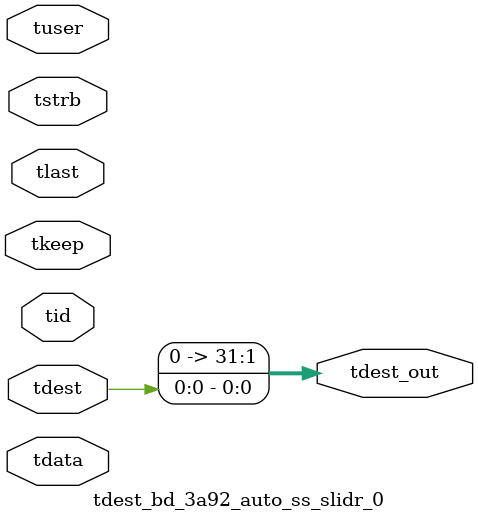
<source format=v>


`timescale 1ps/1ps

module tdest_bd_3a92_auto_ss_slidr_0 #
(
parameter C_S_AXIS_TDATA_WIDTH = 32,
parameter C_S_AXIS_TUSER_WIDTH = 0,
parameter C_S_AXIS_TID_WIDTH   = 0,
parameter C_S_AXIS_TDEST_WIDTH = 0,
parameter C_M_AXIS_TDEST_WIDTH = 32
)
(
input  [(C_S_AXIS_TDATA_WIDTH == 0 ? 1 : C_S_AXIS_TDATA_WIDTH)-1:0     ] tdata,
input  [(C_S_AXIS_TUSER_WIDTH == 0 ? 1 : C_S_AXIS_TUSER_WIDTH)-1:0     ] tuser,
input  [(C_S_AXIS_TID_WIDTH   == 0 ? 1 : C_S_AXIS_TID_WIDTH)-1:0       ] tid,
input  [(C_S_AXIS_TDEST_WIDTH == 0 ? 1 : C_S_AXIS_TDEST_WIDTH)-1:0     ] tdest,
input  [(C_S_AXIS_TDATA_WIDTH/8)-1:0 ] tkeep,
input  [(C_S_AXIS_TDATA_WIDTH/8)-1:0 ] tstrb,
input                                                                    tlast,
output [C_M_AXIS_TDEST_WIDTH-1:0] tdest_out
);

assign tdest_out = {tdest[0:0]};

endmodule


</source>
